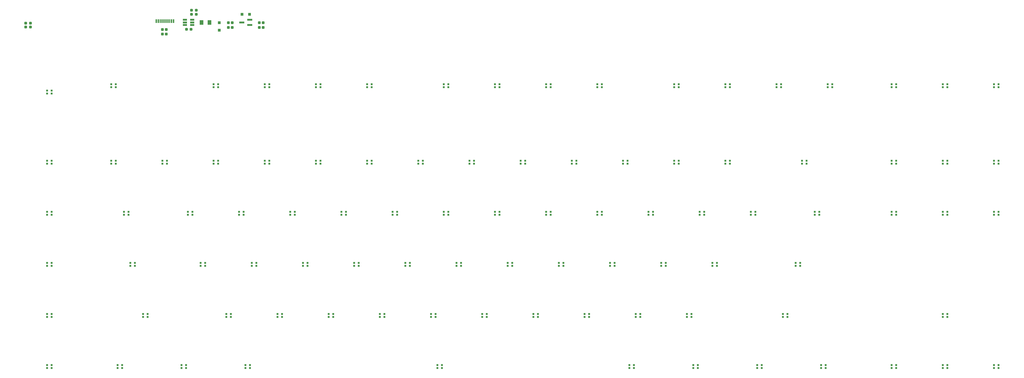
<source format=gbr>
%TF.GenerationSoftware,KiCad,Pcbnew,(6.0.4)*%
%TF.CreationDate,2022-07-07T12:58:29-04:00*%
%TF.ProjectId,Uranium,5572616e-6975-46d2-9e6b-696361645f70,rev?*%
%TF.SameCoordinates,Original*%
%TF.FileFunction,Paste,Top*%
%TF.FilePolarity,Positive*%
%FSLAX46Y46*%
G04 Gerber Fmt 4.6, Leading zero omitted, Abs format (unit mm)*
G04 Created by KiCad (PCBNEW (6.0.4)) date 2022-07-07 12:58:29*
%MOMM*%
%LPD*%
G01*
G04 APERTURE LIST*
G04 Aperture macros list*
%AMRoundRect*
0 Rectangle with rounded corners*
0 $1 Rounding radius*
0 $2 $3 $4 $5 $6 $7 $8 $9 X,Y pos of 4 corners*
0 Add a 4 corners polygon primitive as box body*
4,1,4,$2,$3,$4,$5,$6,$7,$8,$9,$2,$3,0*
0 Add four circle primitives for the rounded corners*
1,1,$1+$1,$2,$3*
1,1,$1+$1,$4,$5*
1,1,$1+$1,$6,$7*
1,1,$1+$1,$8,$9*
0 Add four rect primitives between the rounded corners*
20,1,$1+$1,$2,$3,$4,$5,0*
20,1,$1+$1,$4,$5,$6,$7,0*
20,1,$1+$1,$6,$7,$8,$9,0*
20,1,$1+$1,$8,$9,$2,$3,0*%
G04 Aperture macros list end*
%ADD10R,0.800000X0.700000*%
%ADD11RoundRect,0.237500X0.237500X-0.287500X0.237500X0.287500X-0.237500X0.287500X-0.237500X-0.287500X0*%
%ADD12RoundRect,0.237500X-0.237500X0.287500X-0.237500X-0.287500X0.237500X-0.287500X0.237500X0.287500X0*%
%ADD13RoundRect,0.237500X0.287500X0.237500X-0.287500X0.237500X-0.287500X-0.237500X0.287500X-0.237500X0*%
%ADD14R,1.100000X1.100000*%
%ADD15R,1.900000X0.800000*%
%ADD16R,0.600000X1.450000*%
%ADD17R,0.300000X1.450000*%
%ADD18RoundRect,0.237500X-0.287500X-0.237500X0.287500X-0.237500X0.287500X0.237500X-0.287500X0.237500X0*%
%ADD19R,1.560000X0.650000*%
%ADD20RoundRect,0.250001X0.462499X0.624999X-0.462499X0.624999X-0.462499X-0.624999X0.462499X-0.624999X0*%
G04 APERTURE END LIST*
D10*
%TO.C,D155*%
X391375000Y-220815625D03*
X391375000Y-219715625D03*
X389675000Y-220815625D03*
X389675000Y-219715625D03*
%TD*%
%TO.C,D118*%
X358037500Y-182715625D03*
X358037500Y-181615625D03*
X356337500Y-182715625D03*
X356337500Y-181615625D03*
%TD*%
%TO.C,D124*%
X472337500Y-182715625D03*
X472337500Y-181615625D03*
X470637500Y-182715625D03*
X470637500Y-181615625D03*
%TD*%
%TO.C,D107*%
X510437500Y-154140625D03*
X510437500Y-153040625D03*
X508737500Y-154140625D03*
X508737500Y-153040625D03*
%TD*%
%TO.C,D134*%
X329462500Y-201765625D03*
X329462500Y-200665625D03*
X327762500Y-201765625D03*
X327762500Y-200665625D03*
%TD*%
%TO.C,D126*%
X510437500Y-182715625D03*
X510437500Y-181615625D03*
X508737500Y-182715625D03*
X508737500Y-181615625D03*
%TD*%
D11*
%TO.C,C8*%
X354303437Y-131875000D03*
X354303437Y-130125000D03*
%TD*%
D10*
%TO.C,D158*%
X448525000Y-220815625D03*
X448525000Y-219715625D03*
X446825000Y-220815625D03*
X446825000Y-219715625D03*
%TD*%
%TO.C,D152*%
X334225000Y-220815625D03*
X334225000Y-219715625D03*
X332525000Y-220815625D03*
X332525000Y-219715625D03*
%TD*%
%TO.C,D167*%
X362800000Y-239865625D03*
X362800000Y-238765625D03*
X361100000Y-239865625D03*
X361100000Y-238765625D03*
%TD*%
%TO.C,D112*%
X610450000Y-154140625D03*
X610450000Y-153040625D03*
X608750000Y-154140625D03*
X608750000Y-153040625D03*
%TD*%
%TO.C,D184*%
X517581250Y-258915625D03*
X517581250Y-257815625D03*
X515881250Y-258915625D03*
X515881250Y-257815625D03*
%TD*%
%TO.C,D113*%
X629500000Y-154140625D03*
X629500000Y-153040625D03*
X627800000Y-154140625D03*
X627800000Y-153040625D03*
%TD*%
D11*
%TO.C,R10*%
X318250000Y-134375000D03*
X318250000Y-132625000D03*
%TD*%
D12*
%TO.C,R12*%
X355803437Y-130125000D03*
X355803437Y-131875000D03*
%TD*%
D10*
%TO.C,D122*%
X434237500Y-182715625D03*
X434237500Y-181615625D03*
X432537500Y-182715625D03*
X432537500Y-181615625D03*
%TD*%
%TO.C,D136*%
X367562500Y-201765625D03*
X367562500Y-200665625D03*
X365862500Y-201765625D03*
X365862500Y-200665625D03*
%TD*%
%TO.C,D169*%
X400900000Y-239865625D03*
X400900000Y-238765625D03*
X399200000Y-239865625D03*
X399200000Y-238765625D03*
%TD*%
%TO.C,D130*%
X610450000Y-182715625D03*
X610450000Y-181615625D03*
X608750000Y-182715625D03*
X608750000Y-181615625D03*
%TD*%
D13*
%TO.C,C4*%
X269178125Y-131697500D03*
X267428125Y-131697500D03*
%TD*%
D10*
%TO.C,D174*%
X496150000Y-239865625D03*
X496150000Y-238765625D03*
X494450000Y-239865625D03*
X494450000Y-238765625D03*
%TD*%
%TO.C,D162*%
X524725000Y-220815625D03*
X524725000Y-219715625D03*
X523025000Y-220815625D03*
X523025000Y-219715625D03*
%TD*%
%TO.C,D100*%
X358037500Y-154140625D03*
X358037500Y-153040625D03*
X356337500Y-154140625D03*
X356337500Y-153040625D03*
%TD*%
%TO.C,D99*%
X338987500Y-154140625D03*
X338987500Y-153040625D03*
X337287500Y-154140625D03*
X337287500Y-153040625D03*
%TD*%
%TO.C,D140*%
X443762500Y-201765625D03*
X443762500Y-200665625D03*
X442062500Y-201765625D03*
X442062500Y-200665625D03*
%TD*%
%TO.C,D171*%
X439000000Y-239865625D03*
X439000000Y-238765625D03*
X437300000Y-239865625D03*
X437300000Y-238765625D03*
%TD*%
%TO.C,D138*%
X405662500Y-201765625D03*
X405662500Y-200665625D03*
X403962500Y-201765625D03*
X403962500Y-200665625D03*
%TD*%
D14*
%TO.C,D3*%
X339472812Y-132900000D03*
X339472812Y-130100000D03*
%TD*%
D10*
%TO.C,D168*%
X381850000Y-239865625D03*
X381850000Y-238765625D03*
X380150000Y-239865625D03*
X380150000Y-238765625D03*
%TD*%
%TO.C,D183*%
X493768750Y-258915625D03*
X493768750Y-257815625D03*
X492068750Y-258915625D03*
X492068750Y-257815625D03*
%TD*%
%TO.C,D157*%
X429475000Y-220815625D03*
X429475000Y-219715625D03*
X427775000Y-220815625D03*
X427775000Y-219715625D03*
%TD*%
%TO.C,D170*%
X419950000Y-239865625D03*
X419950000Y-238765625D03*
X418250000Y-239865625D03*
X418250000Y-238765625D03*
%TD*%
%TO.C,D98*%
X300887500Y-154140625D03*
X300887500Y-153040625D03*
X299187500Y-154140625D03*
X299187500Y-153040625D03*
%TD*%
%TO.C,D137*%
X386612500Y-201765625D03*
X386612500Y-200665625D03*
X384912500Y-201765625D03*
X384912500Y-200665625D03*
%TD*%
%TO.C,D117*%
X338987500Y-182715625D03*
X338987500Y-181615625D03*
X337287500Y-182715625D03*
X337287500Y-181615625D03*
%TD*%
%TO.C,D182*%
X422331250Y-258915625D03*
X422331250Y-257815625D03*
X420631250Y-258915625D03*
X420631250Y-257815625D03*
%TD*%
%TO.C,D166*%
X343750000Y-239865625D03*
X343750000Y-238765625D03*
X342050000Y-239865625D03*
X342050000Y-238765625D03*
%TD*%
%TO.C,D120*%
X396137500Y-182715625D03*
X396137500Y-181615625D03*
X394437500Y-182715625D03*
X394437500Y-181615625D03*
%TD*%
%TO.C,D106*%
X481862500Y-154140625D03*
X481862500Y-153040625D03*
X480162500Y-154140625D03*
X480162500Y-153040625D03*
%TD*%
%TO.C,D114*%
X277075000Y-182715625D03*
X277075000Y-181615625D03*
X275375000Y-182715625D03*
X275375000Y-181615625D03*
%TD*%
%TO.C,D173*%
X477100000Y-239865625D03*
X477100000Y-238765625D03*
X475400000Y-239865625D03*
X475400000Y-238765625D03*
%TD*%
%TO.C,D145*%
X539012500Y-201765625D03*
X539012500Y-200665625D03*
X537312500Y-201765625D03*
X537312500Y-200665625D03*
%TD*%
%TO.C,D161*%
X505675000Y-220815625D03*
X505675000Y-219715625D03*
X503975000Y-220815625D03*
X503975000Y-219715625D03*
%TD*%
%TO.C,D131*%
X629500000Y-182715625D03*
X629500000Y-181615625D03*
X627800000Y-182715625D03*
X627800000Y-181615625D03*
%TD*%
%TO.C,D165*%
X312793750Y-239865625D03*
X312793750Y-238765625D03*
X311093750Y-239865625D03*
X311093750Y-238765625D03*
%TD*%
%TO.C,D175*%
X515200000Y-239865625D03*
X515200000Y-238765625D03*
X513500000Y-239865625D03*
X513500000Y-238765625D03*
%TD*%
%TO.C,D149*%
X629500000Y-201765625D03*
X629500000Y-200665625D03*
X627800000Y-201765625D03*
X627800000Y-200665625D03*
%TD*%
%TO.C,D148*%
X610450000Y-201765625D03*
X610450000Y-200665625D03*
X608750000Y-201765625D03*
X608750000Y-200665625D03*
%TD*%
%TO.C,D142*%
X481862500Y-201765625D03*
X481862500Y-200665625D03*
X480162500Y-201765625D03*
X480162500Y-200665625D03*
%TD*%
%TO.C,D111*%
X591400000Y-154140625D03*
X591400000Y-153040625D03*
X589700000Y-154140625D03*
X589700000Y-153040625D03*
%TD*%
D11*
%TO.C,R9*%
X319750000Y-134375000D03*
X319750000Y-132625000D03*
%TD*%
D10*
%TO.C,D110*%
X567587500Y-154140625D03*
X567587500Y-153040625D03*
X565887500Y-154140625D03*
X565887500Y-153040625D03*
%TD*%
%TO.C,D163*%
X555681250Y-220815625D03*
X555681250Y-219715625D03*
X553981250Y-220815625D03*
X553981250Y-219715625D03*
%TD*%
%TO.C,D188*%
X610450000Y-258915625D03*
X610450000Y-257815625D03*
X608750000Y-258915625D03*
X608750000Y-257815625D03*
%TD*%
%TO.C,D151*%
X308031250Y-220815625D03*
X308031250Y-219715625D03*
X306331250Y-220815625D03*
X306331250Y-219715625D03*
%TD*%
%TO.C,D144*%
X519962500Y-201765625D03*
X519962500Y-200665625D03*
X518262500Y-201765625D03*
X518262500Y-200665625D03*
%TD*%
%TO.C,D125*%
X491387500Y-182715625D03*
X491387500Y-181615625D03*
X489687500Y-182715625D03*
X489687500Y-181615625D03*
%TD*%
%TO.C,D108*%
X529487500Y-154140625D03*
X529487500Y-153040625D03*
X527787500Y-154140625D03*
X527787500Y-153040625D03*
%TD*%
%TO.C,D115*%
X300887500Y-182715625D03*
X300887500Y-181615625D03*
X299187500Y-182715625D03*
X299187500Y-181615625D03*
%TD*%
%TO.C,D189*%
X629500000Y-258915625D03*
X629500000Y-257815625D03*
X627800000Y-258915625D03*
X627800000Y-257815625D03*
%TD*%
D15*
%TO.C,U4*%
X350803437Y-130950000D03*
X350803437Y-129050000D03*
X347803437Y-130000000D03*
%TD*%
D10*
%TO.C,D97*%
X277075000Y-156521875D03*
X277075000Y-155421875D03*
X275375000Y-156521875D03*
X275375000Y-155421875D03*
%TD*%
%TO.C,D172*%
X458050000Y-239865625D03*
X458050000Y-238765625D03*
X456350000Y-239865625D03*
X456350000Y-238765625D03*
%TD*%
D16*
%TO.C,J2*%
X322450000Y-129545000D03*
X321650000Y-129545000D03*
D17*
X320450000Y-129545000D03*
X319450000Y-129545000D03*
X318950000Y-129545000D03*
X317950000Y-129545000D03*
D16*
X316750000Y-129545000D03*
X315950000Y-129545000D03*
X315950000Y-129545000D03*
X316750000Y-129545000D03*
D17*
X317450000Y-129545000D03*
X318450000Y-129545000D03*
X319950000Y-129545000D03*
X320950000Y-129545000D03*
D16*
X321650000Y-129545000D03*
X322450000Y-129545000D03*
%TD*%
D10*
%TO.C,D143*%
X500912500Y-201765625D03*
X500912500Y-200665625D03*
X499212500Y-201765625D03*
X499212500Y-200665625D03*
%TD*%
%TO.C,D186*%
X565206250Y-258915625D03*
X565206250Y-257815625D03*
X563506250Y-258915625D03*
X563506250Y-257815625D03*
%TD*%
%TO.C,D185*%
X541393750Y-258915625D03*
X541393750Y-257815625D03*
X539693750Y-258915625D03*
X539693750Y-257815625D03*
%TD*%
%TO.C,D159*%
X467575000Y-220815625D03*
X467575000Y-219715625D03*
X465875000Y-220815625D03*
X465875000Y-219715625D03*
%TD*%
%TO.C,D128*%
X558062500Y-182715625D03*
X558062500Y-181615625D03*
X556362500Y-182715625D03*
X556362500Y-181615625D03*
%TD*%
D11*
%TO.C,C7*%
X342803437Y-131875000D03*
X342803437Y-130125000D03*
%TD*%
D10*
%TO.C,D156*%
X410425000Y-220815625D03*
X410425000Y-219715625D03*
X408725000Y-220815625D03*
X408725000Y-219715625D03*
%TD*%
%TO.C,D133*%
X305650000Y-201765625D03*
X305650000Y-200665625D03*
X303950000Y-201765625D03*
X303950000Y-200665625D03*
%TD*%
%TO.C,D105*%
X462812500Y-154140625D03*
X462812500Y-153040625D03*
X461112500Y-154140625D03*
X461112500Y-153040625D03*
%TD*%
%TO.C,D153*%
X353275000Y-220815625D03*
X353275000Y-219715625D03*
X351575000Y-220815625D03*
X351575000Y-219715625D03*
%TD*%
%TO.C,D109*%
X548537500Y-154140625D03*
X548537500Y-153040625D03*
X546837500Y-154140625D03*
X546837500Y-153040625D03*
%TD*%
%TO.C,D121*%
X415187500Y-182715625D03*
X415187500Y-181615625D03*
X413487500Y-182715625D03*
X413487500Y-181615625D03*
%TD*%
D14*
%TO.C,D2*%
X347903437Y-127000000D03*
X350703437Y-127000000D03*
%TD*%
D18*
%TO.C,R13*%
X329125000Y-125500000D03*
X330875000Y-125500000D03*
%TD*%
D10*
%TO.C,D176*%
X550918750Y-239865625D03*
X550918750Y-238765625D03*
X549218750Y-239865625D03*
X549218750Y-238765625D03*
%TD*%
%TO.C,D154*%
X372325000Y-220815625D03*
X372325000Y-219715625D03*
X370625000Y-220815625D03*
X370625000Y-219715625D03*
%TD*%
%TO.C,D141*%
X462812500Y-201765625D03*
X462812500Y-200665625D03*
X461112500Y-201765625D03*
X461112500Y-200665625D03*
%TD*%
%TO.C,D160*%
X486625000Y-220815625D03*
X486625000Y-219715625D03*
X484925000Y-220815625D03*
X484925000Y-219715625D03*
%TD*%
%TO.C,D123*%
X453287500Y-182715625D03*
X453287500Y-181615625D03*
X451587500Y-182715625D03*
X451587500Y-181615625D03*
%TD*%
D19*
%TO.C,U3*%
X326650000Y-129050000D03*
X326650000Y-130000000D03*
X326650000Y-130950000D03*
X329350000Y-130950000D03*
X329350000Y-130000000D03*
X329350000Y-129050000D03*
%TD*%
D10*
%TO.C,D103*%
X424712500Y-154140625D03*
X424712500Y-153040625D03*
X423012500Y-154140625D03*
X423012500Y-153040625D03*
%TD*%
%TO.C,D177*%
X610450000Y-239865625D03*
X610450000Y-238765625D03*
X608750000Y-239865625D03*
X608750000Y-238765625D03*
%TD*%
D13*
%TO.C,C3*%
X328975000Y-132600000D03*
X327225000Y-132600000D03*
%TD*%
D10*
%TO.C,D132*%
X277075000Y-201765625D03*
X277075000Y-200665625D03*
X275375000Y-201765625D03*
X275375000Y-200665625D03*
%TD*%
%TO.C,D104*%
X443762500Y-154140625D03*
X443762500Y-153040625D03*
X442062500Y-154140625D03*
X442062500Y-153040625D03*
%TD*%
D20*
%TO.C,F1*%
X335790937Y-130000000D03*
X332815937Y-130000000D03*
%TD*%
D12*
%TO.C,R11*%
X344303437Y-130125000D03*
X344303437Y-131875000D03*
%TD*%
D10*
%TO.C,D102*%
X396137500Y-154140625D03*
X396137500Y-153040625D03*
X394437500Y-154140625D03*
X394437500Y-153040625D03*
%TD*%
%TO.C,D178*%
X277075000Y-258915625D03*
X277075000Y-257815625D03*
X275375000Y-258915625D03*
X275375000Y-257815625D03*
%TD*%
%TO.C,D179*%
X303268750Y-258915625D03*
X303268750Y-257815625D03*
X301568750Y-258915625D03*
X301568750Y-257815625D03*
%TD*%
%TO.C,D139*%
X424712500Y-201765625D03*
X424712500Y-200665625D03*
X423012500Y-201765625D03*
X423012500Y-200665625D03*
%TD*%
%TO.C,D164*%
X277075000Y-239865625D03*
X277075000Y-238765625D03*
X275375000Y-239865625D03*
X275375000Y-238765625D03*
%TD*%
%TO.C,D147*%
X591400000Y-201765625D03*
X591400000Y-200665625D03*
X589700000Y-201765625D03*
X589700000Y-200665625D03*
%TD*%
D13*
%TO.C,C13*%
X330875000Y-127000000D03*
X329125000Y-127000000D03*
%TD*%
D10*
%TO.C,D129*%
X591400000Y-182715625D03*
X591400000Y-181615625D03*
X589700000Y-182715625D03*
X589700000Y-181615625D03*
%TD*%
%TO.C,D101*%
X377087500Y-154140625D03*
X377087500Y-153040625D03*
X375387500Y-154140625D03*
X375387500Y-153040625D03*
%TD*%
%TO.C,D119*%
X377087500Y-182715625D03*
X377087500Y-181615625D03*
X375387500Y-182715625D03*
X375387500Y-181615625D03*
%TD*%
%TO.C,D181*%
X350893750Y-258915625D03*
X350893750Y-257815625D03*
X349193750Y-258915625D03*
X349193750Y-257815625D03*
%TD*%
%TO.C,D150*%
X277075000Y-220815625D03*
X277075000Y-219715625D03*
X275375000Y-220815625D03*
X275375000Y-219715625D03*
%TD*%
%TO.C,D116*%
X319937500Y-182715625D03*
X319937500Y-181615625D03*
X318237500Y-182715625D03*
X318237500Y-181615625D03*
%TD*%
D18*
%TO.C,R2*%
X267425000Y-130250000D03*
X269175000Y-130250000D03*
%TD*%
D10*
%TO.C,D187*%
X591400000Y-258915625D03*
X591400000Y-257815625D03*
X589700000Y-258915625D03*
X589700000Y-257815625D03*
%TD*%
%TO.C,D146*%
X562825000Y-201765625D03*
X562825000Y-200665625D03*
X561125000Y-201765625D03*
X561125000Y-200665625D03*
%TD*%
%TO.C,D180*%
X327081250Y-258915625D03*
X327081250Y-257815625D03*
X325381250Y-258915625D03*
X325381250Y-257815625D03*
%TD*%
%TO.C,D135*%
X348512500Y-201765625D03*
X348512500Y-200665625D03*
X346812500Y-201765625D03*
X346812500Y-200665625D03*
%TD*%
%TO.C,D127*%
X529487500Y-182715625D03*
X529487500Y-181615625D03*
X527787500Y-182715625D03*
X527787500Y-181615625D03*
%TD*%
M02*

</source>
